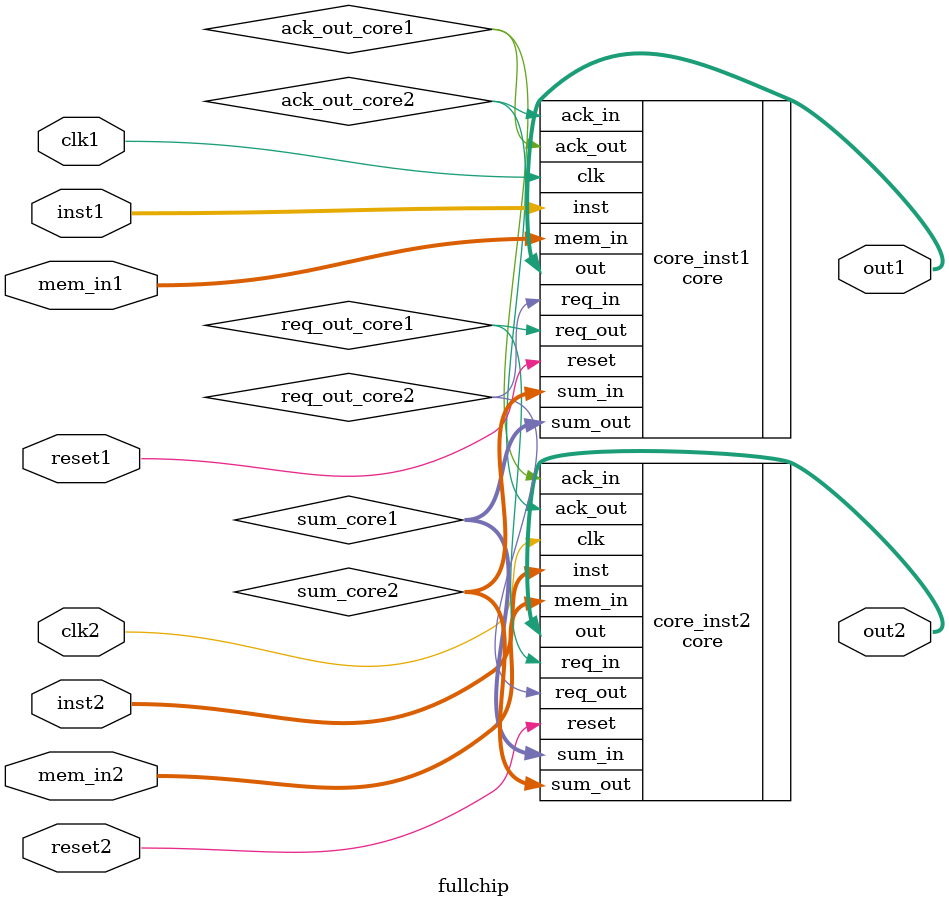
<source format=v>
module fullchip (clk1, clk2, mem_in1, mem_in2, inst1, inst2, reset1, reset2, out1, out2);

parameter col = 8;
parameter bw = 8;
parameter bw_psum = 2*bw+4;
parameter pr = 16;

input  clk1; 
input  [pr*bw-1:0] mem_in1; 
input  [18:0] inst1; 
input  reset1;

input  clk2; 
input  [pr*bw-1:0] mem_in2; 
input  [18:0] inst2; 
input  reset2;

output [bw_psum*col-1:0] out1;
output [bw_psum*col-1:0] out2;

wire [bw_psum+3:0] sum_core1;
wire [bw_psum+3:0] sum_core2;

wire req_out_core1;
wire req_out_core2;

wire ack_out_core1;
wire ack_out_core2;


core #(.bw(bw), .bw_psum(bw_psum), .col(col), .pr(pr)) core_inst1 (
      .reset(reset1), 
      .clk(clk1), 
      .mem_in(mem_in1), 
      .inst(inst1),
      .sum_out(sum_core1),
      .sum_in(sum_core2),
      .req_in(req_out_core2),
      .ack_in(ack_out_core2),
      .req_out(req_out_core1),
      .ack_out(ack_out_core1),
      .out(out1)

);

core #(.bw(bw), .bw_psum(bw_psum), .col(col), .pr(pr)) core_inst2 (
      .reset(reset2), 
      .clk(clk2), 
      .mem_in(mem_in2), 
      .inst(inst2),
      .sum_out(sum_core2),
      .sum_in(sum_core1),
      .req_in(req_out_core1),
      .ack_in(ack_out_core1),
      .req_out(req_out_core2),
      .ack_out(ack_out_core2),
      .out(out2)
);


endmodule

</source>
